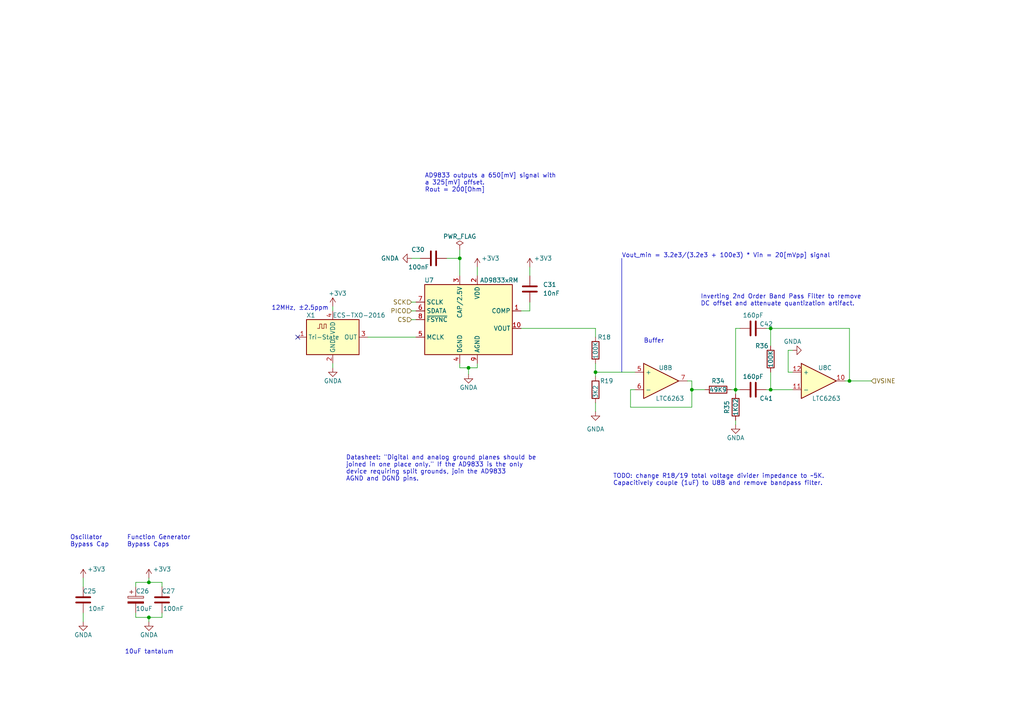
<source format=kicad_sch>
(kicad_sch (version 20230121) (generator eeschema)
  (paper "A4")
  (lib_symbols
    (symbol "Device:C" (pin_numbers hide) (pin_names (offset 0.254))
      (property "Reference" "C" (at 0.635 2.54 0))
      (property "Value" "C" (at 0.635 -2.54 0))
      (symbol "C_0_1"
        (polyline (pts (xy -2.032 -0.762) (xy 2.032 -0.762)) (stroke (width 0.508)))
        (polyline (pts (xy -2.032 0.762) (xy 2.032 0.762)) (stroke (width 0.508)))
      )
      (symbol "C_1_1"
        (pin passive line (at 0 3.81 270) (length 2.794) (name "~") (number "1"))
        (pin passive line (at 0 -3.81 90) (length 2.794) (name "~") (number "2"))
      )
    )
    (symbol "Device:C_Polarized" (pin_numbers hide) (pin_names (offset 0.254))
      (property "Reference" "C" (at 0.635 2.54 0))
      (property "Value" "C_Polarized" (at 0.635 -2.54 0))
      (symbol "C_Polarized_0_1"
        (rectangle (start -2.286 0.508) (end 2.286 1.016))
        (polyline (pts (xy -1.778 2.286) (xy -0.762 2.286)))
        (polyline (pts (xy -1.27 2.794) (xy -1.27 1.778)))
        (rectangle (start 2.286 -0.508) (end -2.286 -1.016) (fill (type outline)))
      )
      (symbol "C_Polarized_1_1"
        (pin passive line (at 0 3.81 270) (length 2.794) (name "~") (number "1"))
        (pin passive line (at 0 -3.81 90) (length 2.794) (name "~") (number "2"))
      )
    )
    (symbol "Device:R" (pin_numbers hide) (pin_names (offset 0))
      (property "Reference" "R" (at 2.032 0 90))
      (property "Value" "R" (at 0 0 90))
      (symbol "R_0_1"
        (rectangle (start -1.016 -2.54) (end 1.016 2.54) (stroke (width 0.254)))
      )
      (symbol "R_1_1"
        (pin passive line (at 0 3.81 270) (length 1.27) (name "~") (number "1"))
        (pin passive line (at 0 -3.81 90) (length 1.27) (name "~") (number "2"))
      )
    )
    (symbol "Interface:AD9833xRM"
      (property "Reference" "U" (at -12.7 11.43 0))
      (property "Value" "AD9833xRM" (at 5.08 11.43 0))
      (symbol "AD9833xRM_0_1"
        (rectangle (start -12.7 10.16) (end 12.7 -10.16) (stroke (width 0.254)) (fill (type background)))
      )
      (symbol "AD9833xRM_1_1"
        (pin passive line (at 15.24 2.54 180) (length 2.54) (name "COMP") (number "1"))
        (pin output line (at 15.24 -2.54 180) (length 2.54) (name "VOUT") (number "10"))
        (pin power_in line (at 2.54 12.7 270) (length 2.54) (name "VDD") (number "2"))
        (pin power_in line (at -2.54 12.7 270) (length 2.54) (name "CAP/2.5V") (number "3"))
        (pin power_in line (at -2.54 -12.7 90) (length 2.54) (name "DGND") (number "4"))
        (pin input line (at -15.24 -5.08 0) (length 2.54) (name "MCLK") (number "5"))
        (pin input line (at -15.24 2.54 0) (length 2.54) (name "SDATA") (number "6"))
        (pin input line (at -15.24 5.08 0) (length 2.54) (name "SCLK") (number "7"))
        (pin input line (at -15.24 0 0) (length 2.54) (name "~{FSYNC}") (number "8"))
        (pin power_in line (at 2.54 -12.7 90) (length 2.54) (name "AGND") (number "9"))
      )
    )
    (symbol "kicad_component_library:ECS-TXO-2016"
      (property "Reference" "X" (at -7.62 6.35 0))
      (property "Value" "ECS-TXO-2016" (at 8.89 6.35 0))
      (symbol "ECS-TXO-2016_0_1"
        (rectangle (start -7.62 5.08) (end 7.62 -5.08) (stroke (width 0.254)) (fill (type background)))
        (polyline (pts (xy -4.445 2.54) (xy -3.81 2.54) (xy -3.81 3.81) (xy -3.175 3.81) (xy -3.175 2.54) (xy -2.54 2.54) (xy -2.54 3.81) (xy -1.905 3.81) (xy -1.905 2.54)))
      )
      (symbol "ECS-TXO-2016_1_1"
        (pin input line (at -10.16 0 0) (length 2.54) (name "Tri-State") (number "1"))
        (pin power_in line (at 0 -7.62 90) (length 2.54) (name "GND") (number "2"))
        (pin output line (at 10.16 0 180) (length 2.54) (name "OUT") (number "3"))
        (pin power_in line (at 0 7.62 270) (length 2.54) (name "VDD") (number "4"))
      )
    )
    (symbol "kicad_component_library:LTC6263"
      (property "Reference" "U" (at 2.54 -3.81 0))
      (property "Value" "LTC6263" (at 6.35 3.81 0))
      (symbol "LTC6263_1_1"
        (polyline (pts (xy -2.54 5.08) (xy 7.62 0) (xy -2.54 -5.08) (xy -2.54 5.08)) (stroke (width 0.254)) (fill (type background)))
        (pin output line (at 10.16 0 180) (length 2.54) (name "~") (number "1"))
        (pin input line (at -5.08 -2.54 0) (length 2.54) (name "-") (number "2"))
        (pin input line (at -5.08 2.54 0) (length 2.54) (name "+") (number "3"))
      )
      (symbol "LTC6263_2_1"
        (polyline (pts (xy -2.54 5.08) (xy 7.62 0) (xy -2.54 -5.08) (xy -2.54 5.08)) (stroke (width 0.254)) (fill (type background)))
        (pin input line (at -5.08 2.54 0) (length 2.54) (name "+") (number "5"))
        (pin input line (at -5.08 -2.54 0) (length 2.54) (name "-") (number "6"))
        (pin output line (at 10.16 0 180) (length 2.54) (name "~") (number "7"))
      )
      (symbol "LTC6263_3_1"
        (polyline (pts (xy -2.54 5.08) (xy 7.62 0) (xy -2.54 -5.08) (xy -2.54 5.08)) (stroke (width 0.254)) (fill (type background)))
        (pin output line (at 10.16 0 180) (length 2.54) (name "~") (number "10"))
        (pin input line (at -5.08 -2.54 0) (length 2.54) (name "-") (number "11"))
        (pin input line (at -5.08 2.54 0) (length 2.54) (name "+") (number "12"))
      )
      (symbol "LTC6263_4_1"
        (polyline (pts (xy -2.54 -5.08) (xy 7.62 0) (xy -2.54 5.08) (xy -2.54 -5.08)) (stroke (width 0.254)) (fill (type background)))
        (pin input line (at -5.08 2.54 0) (length 2.54) (name "+") (number "14"))
        (pin input line (at -5.08 -2.54 0) (length 2.54) (name "-") (number "15"))
        (pin output line (at 10.16 0 180) (length 2.54) (name "~") (number "16"))
      )
      (symbol "LTC6263_5_1"
        (pin power_in line (at 0 -7.62 90) (length 3.81) (name "V-") (number "13"))
        (pin power_in line (at 0 7.62 270) (length 3.81) (name "V+") (number "4"))
        (pin no_connect line (at 0 -0.635 0) (length 2.54) hide (name "NC") (number "8"))
        (pin no_connect line (at 0 0.635 0) (length 2.54) hide (name "NC") (number "9"))
      )
    )
    (symbol "power:+3.3V" (power) (pin_names (offset 0))
      (property "Value" "+3.3V" (at 0 3.556 0))
      (symbol "+3.3V_0_1"
        (polyline (pts (xy -0.762 1.27) (xy 0 2.54)))
        (polyline (pts (xy 0 0) (xy 0 2.54)))
        (polyline (pts (xy 0 2.54) (xy 0.762 1.27)))
      )
      (symbol "+3.3V_1_1"
        (pin power_in line (at 0 0 90) (length 0) hide (name "+3V3") (number "1"))
      )
    )
    (symbol "power:+3V3" (power) (pin_names (offset 0))
      (property "Value" "+3V3" (at 0 3.556 0))
      (symbol "+3V3_0_1"
        (polyline (pts (xy -0.762 1.27) (xy 0 2.54)))
        (polyline (pts (xy 0 0) (xy 0 2.54)))
        (polyline (pts (xy 0 2.54) (xy 0.762 1.27)))
      )
      (symbol "+3V3_1_1"
        (pin power_in line (at 0 0 90) (length 0) hide (name "+3V3") (number "1"))
      )
    )
    (symbol "power:GNDA" (power) (pin_names (offset 0))
      (property "Value" "GNDA" (at 0 -3.81 0))
      (symbol "GNDA_0_1"
        (polyline (pts (xy 0 0) (xy 0 -1.27) (xy 1.27 -1.27) (xy 0 -2.54) (xy -1.27 -1.27) (xy 0 -1.27)))
      )
      (symbol "GNDA_1_1"
        (pin power_in line (at 0 0 270) (length 0) hide (name "GNDA") (number "1"))
      )
    )
    (symbol "power:PWR_FLAG" (power) (pin_numbers hide) (pin_names (offset 0) hide)
      (property "Value" "PWR_FLAG" (at 0 3.81 0))
      (symbol "PWR_FLAG_0_0"
        (pin power_out line (at 0 0 90) (length 0) (name "pwr") (number "1"))
      )
      (symbol "PWR_FLAG_0_1"
        (polyline (pts (xy 0 0) (xy 0 1.27) (xy -1.016 1.905) (xy 0 2.54) (xy 1.016 1.905) (xy 0 1.27)))
      )
    )
  )
  (junction (at 43.18 179.07))
  (junction (at 172.72 107.95))
  (junction (at 135.89 106.68))
  (junction (at 200.66 113.03))
  (junction (at 223.52 95.25))
  (junction (at 246.38 110.49))
  (junction (at 213.36 113.03))
  (junction (at 43.18 168.91))
  (junction (at 133.35 74.93))
  (junction (at 223.52 113.03))
  (no_connect (at 86.36 97.79))
  (wire (pts (xy 200.66 118.11) (xy 200.66 113.03)))
  (wire (pts (xy 213.36 114.3) (xy 213.36 113.03)))
  (wire (pts (xy 119.38 87.63) (xy 120.65 87.63)))
  (wire (pts (xy 182.88 118.11) (xy 200.66 118.11)))
  (wire (pts (xy 172.72 95.25) (xy 172.72 97.79)))
  (wire (pts (xy 223.52 113.03) (xy 222.25 113.03)))
  (wire (pts (xy 214.63 95.25) (xy 213.36 95.25)))
  (wire (pts (xy 119.38 90.17) (xy 120.65 90.17)))
  (wire (pts (xy 246.38 110.49) (xy 252.73 110.49)))
  (wire (pts (xy 222.25 95.25) (xy 223.52 95.25)))
  (wire (pts (xy 43.18 179.07) (xy 39.37 179.07)))
  (wire (pts (xy 228.6 101.6) (xy 229.87 101.6)))
  (wire (pts (xy 229.87 107.95) (xy 228.6 107.95)))
  (wire (pts (xy 135.89 106.68) (xy 138.43 106.68)))
  (wire (pts (xy 213.36 95.25) (xy 213.36 113.03)))
  (wire (pts (xy 212.09 113.03) (xy 213.36 113.03)))
  (wire (pts (xy 172.72 116.84) (xy 172.72 119.38)))
  (wire (pts (xy 246.38 95.25) (xy 246.38 110.49)))
  (wire (pts (xy 119.38 92.71) (xy 120.65 92.71)))
  (wire (pts (xy 39.37 170.18) (xy 39.37 168.91)))
  (wire (pts (xy 96.52 88.9) (xy 96.52 90.17)))
  (wire (pts (xy 246.38 110.49) (xy 245.11 110.49)))
  (wire (pts (xy 200.66 110.49) (xy 199.39 110.49)))
  (wire (pts (xy 223.52 107.95) (xy 223.52 113.03)))
  (wire (pts (xy 43.18 168.91) (xy 43.18 167.64)))
  (wire (pts (xy 133.35 106.68) (xy 135.89 106.68)))
  (wire (pts (xy 200.66 113.03) (xy 200.66 110.49)))
  (wire (pts (xy 46.99 179.07) (xy 43.18 179.07)))
  (wire (pts (xy 119.38 74.93) (xy 121.92 74.93)))
  (wire (pts (xy 153.67 90.17) (xy 151.13 90.17)))
  (wire (pts (xy 133.35 80.01) (xy 133.35 74.93)))
  (wire (pts (xy 172.72 107.95) (xy 184.15 107.95)))
  (wire (pts (xy 172.72 105.41) (xy 172.72 107.95)))
  (wire (pts (xy 153.67 87.63) (xy 153.67 90.17)))
  (wire (pts (xy 200.66 113.03) (xy 204.47 113.03)))
  (wire (pts (xy 213.36 121.92) (xy 213.36 123.19)))
  (wire (pts (xy 133.35 106.68) (xy 133.35 105.41)))
  (polyline (pts (xy 180.34 74.93) (xy 180.34 107.95)))
  (wire (pts (xy 153.67 77.47) (xy 153.67 80.01)))
  (wire (pts (xy 96.52 105.41) (xy 96.52 106.68)))
  (wire (pts (xy 106.68 97.79) (xy 120.65 97.79)))
  (wire (pts (xy 228.6 107.95) (xy 228.6 101.6)))
  (wire (pts (xy 184.15 113.03) (xy 182.88 113.03)))
  (wire (pts (xy 138.43 77.47) (xy 138.43 80.01)))
  (wire (pts (xy 151.13 95.25) (xy 172.72 95.25)))
  (wire (pts (xy 133.35 74.93) (xy 129.54 74.93)))
  (wire (pts (xy 138.43 106.68) (xy 138.43 105.41)))
  (wire (pts (xy 135.89 108.585) (xy 135.89 106.68)))
  (wire (pts (xy 43.18 168.91) (xy 46.99 168.91)))
  (wire (pts (xy 223.52 95.25) (xy 223.52 100.33)))
  (wire (pts (xy 46.99 177.8) (xy 46.99 179.07)))
  (wire (pts (xy 24.13 177.8) (xy 24.13 180.34)))
  (wire (pts (xy 223.52 95.25) (xy 246.38 95.25)))
  (wire (pts (xy 24.13 167.64) (xy 24.13 170.18)))
  (wire (pts (xy 46.99 168.91) (xy 46.99 170.18)))
  (wire (pts (xy 213.36 113.03) (xy 214.63 113.03)))
  (wire (pts (xy 223.52 113.03) (xy 229.87 113.03)))
  (wire (pts (xy 43.18 179.07) (xy 43.18 180.34)))
  (wire (pts (xy 39.37 179.07) (xy 39.37 177.8)))
  (wire (pts (xy 133.35 72.39) (xy 133.35 74.93)))
  (wire (pts (xy 172.72 107.95) (xy 172.72 109.22)))
  (wire (pts (xy 182.88 113.03) (xy 182.88 118.11)))
  (wire (pts (xy 39.37 168.91) (xy 43.18 168.91)))
  (text "Function Generator\nBypass Caps" (at 36.83 158.75 0) (effects (font (size 1.27 1.27)) (justify left bottom)))
  (text "TODO: change R18/19 total voltage divider impedance to ~5K.\nCapacitively couple (1uF) to U8B and remove bandpass filter." (at 177.8 140.97 0) (effects (font (size 1.27 1.27)) (justify left bottom)))
  (text "12MHz, ±2.5ppm" (at 78.74 90.17 0) (effects (font (size 1.27 1.27)) (justify left bottom)))
  (text "Inverting 2nd Order Band Pass Filter to remove \nDC offset and attenuate quantization artifact." (at 203.2 88.9 0) (effects (font (size 1.27 1.27)) (justify left bottom)))
  (text "Datasheet: \"Digital and analog ground planes should be\njoined in one place only.\" If the AD9833 is the only \ndevice requiring split grounds, join the AD9833\nAGND and DGND pins." (at 100.33 139.7 0) (effects (font (size 1.27 1.27)) (justify left bottom)))
  (text "Oscillator \nBypass Cap" (at 20.32 158.75 0) (effects (font (size 1.27 1.27)) (justify left bottom)))
  (text "10uF tantalum" (at 36.195 189.865 0) (effects (font (size 1.27 1.27)) (justify left bottom)))
  (text "Buffer" (at 186.69 99.695 0) (effects (font (size 1.27 1.27)) (justify left bottom)))
  (text "AD9833 outputs a 650[mV] signal with\na 325[mV] offset.\nRout = 200[Ohm]" (at 123.19 55.88 0) (effects (font (size 1.27 1.27)) (justify left bottom)))
  (text "Vout_min = 3.2e3/(3.2e3 + 100e3) * Vin = 20[mVpp] signal" (at 180.34 74.93 0) (effects (font (size 1.27 1.27)) (justify left bottom)))
  (hierarchical_label "VSINE" (shape input) (at 252.73 110.49 0))
  (hierarchical_label "SCK" (shape input) (at 119.38 87.63 180))
  (hierarchical_label "CS" (shape input) (at 119.38 92.71 180))
  (hierarchical_label "PICO" (shape input) (at 119.38 90.17 180))
  (symbol (lib_id "Device:R") (at 172.72 101.6 180) (unit 1)
    (property "Reference" "R18" (at 175.26 97.79 0))
    (property "Value" "100K" (at 172.72 101.6 90))
    (property "Footprint" "Resistor_SMD:R_0402_1005Metric_Pad0.72x0.64mm_HandSolder" (effects hide))
    (property "Datasheet" "https://www.yageo.com/upload/media/product/productsearch/datasheet/rchip/PYu-RT_1-to-0.01_RoHS_L_15.pdf" (effects hide))
    (property "Link" "https://www.digikey.com/en/products/detail/yageo/RT0402BRD07100KL/1068989" (effects hide))
    (property "Manufacturer" "Yageo" (effects hide))
    (property "Manufacturer Number" "RT0402BRD07100KL" (effects hide))
    (property "Tolerance" "0.1%" (effects hide))
  )
  (symbol (lib_id "power:GNDA") (at 24.13 180.34 0) (unit 1)
    (property "Reference" "#PWR0104" (effects hide))
    (property "Value" "GNDA" (at 24.13 184.15 0))
  )
  (symbol (lib_id "Device:C") (at 218.44 113.03 90) (unit 1)
    (property "Reference" "C41" (at 222.25 115.57 90))
    (property "Value" "160pF" (at 218.44 109.22 90))
    (property "Footprint" "Capacitor_SMD:C_0402_1005Metric_Pad0.74x0.62mm_HandSolder" (effects hide))
    (property "Datasheet" "https://search.murata.co.jp/Ceramy/image/img/A01X/G101/ENG/GCM1555C1H161FA16-01.pdf" (effects hide))
    (property "Link" "https://www.digikey.com/en/products/detail/murata-electronics/GCM1555C1H161FA16D/11618546" (effects hide))
    (property "Manufacturer" "Murata Electronics" (effects hide))
    (property "Manufacturer Number" "GCM1555C1H161FA16D" (effects hide))
    (property "Rated Voltage" "50V" (effects hide))
    (property "Temperature Coefficient" "C0G, NP0" (effects hide))
    (property "Tolerance" "1%" (effects hide))
  )
  (symbol (lib_id "Interface:AD9833xRM") (at 135.89 92.71 0) (unit 1)
    (property "Reference" "U7" (at 124.46 81.28 0))
    (property "Value" "AD9833xRM" (at 144.78 81.28 0))
    (property "Footprint" "Package_SO:MSOP-10_3x3mm_P0.5mm" (effects hide))
    (property "Datasheet" "https://www.analog.com/media/en/technical-documentation/data-sheets/ad9833.pdf" (effects hide))
    (property "Link" "https://www.digikey.com/en/products/detail/analog-devices-inc/AD9833BRMZ-REEL7/994990" (effects hide))
    (property "Manufacturer" "Analog Devices Inc." (effects hide))
    (property "Manufacturer Number" "AD9833BRMZ-REEL7" (effects hide))
  )
  (symbol (lib_id "Device:C") (at 125.73 74.93 90) (unit 1)
    (property "Reference" "C30" (at 123.19 72.39 90) (effects (justify left)))
    (property "Value" "100nF" (at 124.46 77.47 90) (effects (justify left)))
    (property "Footprint" "Capacitor_SMD:C_0402_1005Metric_Pad0.74x0.62mm_HandSolder" (effects hide))
    (property "Datasheet" "http://www.passivecomponent.com/wp-content/uploads/datasheet/WTC_MLCC_General_Purpose.pdf" (effects hide))
    (property "Link" "https://www.digikey.com/en/products/detail/walsin-technology-corporation/0402B104K160CT/6707534" (effects hide))
    (property "Manufacturer" "Walson Technology Corporation" (effects hide))
    (property "Manufacturer Number" "0402B104K160CT" (effects hide))
    (property "Rated Voltage" "16V" (effects hide))
    (property "Temperature Coefficient" "X7R" (effects hide))
    (property "Tolerance" "10%" (effects hide))
  )
  (symbol (lib_id "power:GNDA") (at 135.89 108.585 0) (unit 1)
    (property "Reference" "#PWR021" (effects hide))
    (property "Value" "GNDA" (at 135.89 112.395 0))
  )
  (symbol (lib_id "Device:C") (at 24.13 173.99 180) (unit 1)
    (property "Reference" "C25" (at 27.94 171.45 0) (effects (justify left)))
    (property "Value" "10nF" (at 30.48 176.53 0) (effects (justify left)))
    (property "Footprint" "Capacitor_SMD:C_0402_1005Metric_Pad0.74x0.62mm_HandSolder" (effects hide))
    (property "Datasheet" "https://www.yageo.com/upload/media/product/productsearch/datasheet/mlcc/UPY-GPHC_X7R_6.3V-to-250V_23.pdf" (effects hide))
    (property "Link" "https://www.digikey.com/en/products/detail/yageo/CC0402KPX7R8BB103/11490384" (effects hide))
    (property "Manufacturer" "Yageo" (effects hide))
    (property "Manufacturer Number" "CC0402KPX7R8BB103" (effects hide))
    (property "Rated Voltage" "25V" (effects hide))
    (property "Temperature Coefficient" "X7R" (effects hide))
    (property "Tolerance" "10%" (effects hide))
  )
  (symbol (lib_id "power:GNDA") (at 96.52 106.68 0) (unit 1)
    (property "Reference" "#PWR0122" (effects hide))
    (property "Value" "GNDA" (at 96.52 110.49 0))
  )
  (symbol (lib_id "power:PWR_FLAG") (at 133.35 72.39 0) (unit 1)
    (property "Reference" "#FLG0105" (effects hide))
    (property "Value" "PWR_FLAG" (at 133.35 68.58 0))
  )
  (symbol (lib_id "Device:R") (at 208.28 113.03 90) (unit 1)
    (property "Reference" "R34" (at 208.28 110.49 90))
    (property "Value" "49K9" (at 208.28 113.03 90))
    (property "Footprint" "Resistor_SMD:R_0402_1005Metric_Pad0.72x0.64mm_HandSolder" (effects hide))
    (property "Datasheet" "https://www.yageo.com/upload/media/product/productsearch/datasheet/rchip/PYu-RT_1-to-0.01_RoHS_L_15.pdf" (effects hide))
    (property "Link" "https://www.digikey.com/en/products/detail/yageo/RT0402BRE0749K9L/1069750" (effects hide))
    (property "Tolerance" "0.1%" (effects hide))
    (property "Manufacturer" "Yageo" (effects hide))
    (property "Manufacturer Number" "RT0402BRE0749K9L" (effects hide))
  )
  (symbol (lib_id "Device:C") (at 153.67 83.82 180) (unit 1)
    (property "Reference" "C31" (at 157.48 82.5499 0) (effects (justify right)))
    (property "Value" "10nF" (at 157.48 85.0899 0) (effects (justify right)))
    (property "Footprint" "Capacitor_SMD:C_0402_1005Metric_Pad0.74x0.62mm_HandSolder" (effects hide))
    (property "Datasheet" "https://www.yageo.com/upload/media/product/productsearch/datasheet/mlcc/UPY-GPHC_X7R_6.3V-to-250V_23.pdf" (effects hide))
    (property "Link" "https://www.digikey.com/en/products/detail/yageo/CC0402KPX7R8BB103/11490384" (effects hide))
    (property "Manufacturer" "Yageo" (effects hide))
    (property "Manufacturer Number" "CC0402KPX7R8BB103" (effects hide))
    (property "Rated Voltage" "25V" (effects hide))
    (property "Temperature Coefficient" "X7R" (effects hide))
    (property "Tolerance" "10%" (effects hide))
  )
  (symbol (lib_id "Device:R") (at 213.36 118.11 180) (unit 1)
    (property "Reference" "R35" (at 210.82 118.11 90))
    (property "Value" "1K02" (at 213.36 118.11 90))
    (property "Footprint" "Resistor_SMD:R_0402_1005Metric_Pad0.72x0.64mm_HandSolder" (effects hide))
    (property "Datasheet" "https://www.yageo.com/upload/media/product/productsearch/datasheet/rchip/PYu-RT_1-to-0.01_RoHS_L_15.pdf" (effects hide))
    (property "Tolerance" "0.1%" (effects hide))
    (property "Link" "https://www.digikey.com/en/products/detail/yageo/RT0402BRD071K02L/1069087" (effects hide))
    (property "Manufacturer" "Yageo" (effects hide))
    (property "Manufacturer Number" "RT0402BRD071K02L" (effects hide))
  )
  (symbol (lib_id "Device:C") (at 46.99 173.99 180) (unit 1)
    (property "Reference" "C27" (at 50.8 171.45 0) (effects (justify left)))
    (property "Value" "100nF" (at 53.34 176.53 0) (effects (justify left)))
    (property "Footprint" "Capacitor_SMD:C_0402_1005Metric_Pad0.74x0.62mm_HandSolder" (effects hide))
    (property "Datasheet" "http://www.passivecomponent.com/wp-content/uploads/datasheet/WTC_MLCC_General_Purpose.pdf" (effects hide))
    (property "Link" "https://www.digikey.com/en/products/detail/walsin-technology-corporation/0402B104K160CT/6707534" (effects hide))
    (property "Manufacturer" "Walson Technology Corporation" (effects hide))
    (property "Manufacturer Number" "0402B104K160CT" (effects hide))
    (property "Rated Voltage" "16V" (effects hide))
    (property "Temperature Coefficient" "X7R" (effects hide))
    (property "Tolerance" "10%" (effects hide))
  )
  (symbol (lib_id "power:+3.3V") (at 43.18 167.64 0) (unit 1)
    (property "Reference" "#PWR0101" (effects hide))
    (property "Value" "+3.3V" (at 46.99 165.1 0))
  )
  (symbol (lib_id "power:+3V3") (at 96.52 88.9 0) (unit 1)
    (property "Reference" "#PWR0113" (effects hide))
    (property "Value" "+3V3" (at 95.25 85.09 0) (effects (justify left)))
  )
  (symbol (lib_id "power:+3.3V") (at 138.43 77.47 0) (unit 1)
    (property "Reference" "#PWR0129" (effects hide))
    (property "Value" "+3.3V" (at 142.24 74.93 0))
  )
  (symbol (lib_id "Device:C") (at 218.44 95.25 90) (unit 1)
    (property "Reference" "C42" (at 222.25 93.98 90))
    (property "Value" "160pF" (at 218.44 91.44 90))
    (property "Footprint" "Capacitor_SMD:C_0402_1005Metric_Pad0.74x0.62mm_HandSolder" (effects hide))
    (property "Datasheet" "https://search.murata.co.jp/Ceramy/image/img/A01X/G101/ENG/GCM1555C1H161FA16-01.pdf" (effects hide))
    (property "Link" "https://www.digikey.com/en/products/detail/murata-electronics/GCM1555C1H161FA16D/11618546" (effects hide))
    (property "Manufacturer" "Murata Electronics" (effects hide))
    (property "Manufacturer Number" "GCM1555C1H161FA16D" (effects hide))
    (property "Rated Voltage" "50V" (effects hide))
    (property "Temperature Coefficient" "C0G, NP0" (effects hide))
    (property "Tolerance" "1%" (effects hide))
  )
  (symbol (lib_id "power:+3.3V") (at 24.13 167.64 0) (unit 1)
    (property "Reference" "#PWR0111" (effects hide))
    (property "Value" "+3.3V" (at 27.94 165.1 0))
  )
  (symbol (lib_id "power:GNDA") (at 119.38 74.93 270) (unit 1)
    (property "Reference" "#PWR0121" (effects hide))
    (property "Value" "GNDA" (at 110.49 74.93 90) (effects (justify left)))
  )
  (symbol (lib_id "power:GNDA") (at 172.72 119.38 0) (unit 1)
    (property "Reference" "#PWR0112" (effects hide))
    (property "Value" "GNDA" (at 172.72 124.46 0))
  )
  (symbol (lib_id "power:GNDA") (at 213.36 123.19 0) (unit 1)
    (property "Reference" "#PWR0120" (effects hide))
    (property "Value" "GNDA" (at 213.36 127 0))
  )
  (symbol (lib_id "power:+3.3V") (at 153.67 77.47 0) (unit 1)
    (property "Reference" "#PWR0123" (effects hide))
    (property "Value" "+3.3V" (at 157.48 74.93 0))
  )
  (symbol (lib_id "kicad_component_library:ECS-TXO-2016") (at 96.52 97.79 0) (unit 1)
    (property "Reference" "X1" (at 90.17 91.44 0))
    (property "Value" "ECS-TXO-2016" (at 104.14 91.44 0))
    (property "Footprint" "Crystal:Crystal_SMD_2016-4Pin_2.0x1.6mm" (effects hide))
    (property "Datasheet" "https://ecsxtal.com/store/pdf/ECS-TXO-2016.pdf" (effects hide))
    (property "Link" "https://www.digikey.com/en/products/detail/ecs-inc/ECS-TXO-2016-33-120-TR/10244135" (effects hide))
    (property "Manufacturer" "ECS Inc." (effects hide))
    (property "Manufacturer Number" "ECS-TXO-2016-33-120-TR" (effects hide))
    (property "Notes" "HCMOS" (effects hide))
    (property "Tolerance" "±2.5ppm" (effects hide))
  )
  (symbol (lib_id "Device:R") (at 172.72 113.03 0) (unit 1)
    (property "Reference" "R19" (at 173.99 110.49 0) (effects (justify left)))
    (property "Value" "3K2" (at 172.72 115.57 90) (effects (justify left)))
    (property "Footprint" "Resistor_SMD:R_0402_1005Metric_Pad0.72x0.64mm_HandSolder" (effects hide))
    (property "Datasheet" "https://www.yageo.com/upload/media/product/productsearch/datasheet/rchip/PYu-RT_1-to-0.01_RoHS_L_15.pdf" (effects hide))
    (property "Link" "https://www.digikey.com/en/products/detail/yageo/RT0402BRD073K2L/5926126" (effects hide))
    (property "Manufacturer" "Yageo" (effects hide))
    (property "Manufacturer Number" "RT0402BRD073K2L" (effects hide))
    (property "Tolerance" "0.1%" (effects hide))
  )
  (symbol (lib_id "Device:R") (at 223.52 104.14 180) (unit 1)
    (property "Reference" "R36" (at 220.98 100.33 0))
    (property "Value" "100K" (at 223.52 104.14 90))
    (property "Footprint" "Resistor_SMD:R_0402_1005Metric_Pad0.72x0.64mm_HandSolder" (effects hide))
    (property "Datasheet" "https://www.yageo.com/upload/media/product/productsearch/datasheet/rchip/PYu-RT_1-to-0.01_RoHS_L_15.pdf" (effects hide))
    (property "Link" "https://www.digikey.com/en/products/detail/yageo/RT0402BRD07100KL/1068989" (effects hide))
    (property "Manufacturer" "Yageo" (effects hide))
    (property "Manufacturer Number" "RT0402BRD07100KL" (effects hide))
    (property "Tolerance" "0.1%" (effects hide))
  )
  (symbol (lib_id "kicad_component_library:LTC6263") (at 234.95 110.49 0) (unit 3)
    (property "Reference" "U8" (at 241.3 106.68 0) (effects (justify right)))
    (property "Value" "LTC6263" (at 243.84 115.57 0) (effects (justify right)))
    (property "Footprint" "Package_SO:MSOP-16_3x4mm_P0.5mm" (effects hide))
    (property "Datasheet" "https://www.analog.com/media/en/technical-documentation/data-sheets/626123fa.pdf" (effects hide))
    (property "Link" "https://www.digikey.com/en/products/detail/analog-devices-inc/LTC6263IMS-PBF/6596388" (effects hide))
    (property "Manufacturer" "Analog Devices Inc." (effects hide))
    (property "Manufacturer Number" "LTC6263IMS#PBF" (effects hide))
  )
  (symbol (lib_id "power:GNDA") (at 43.18 180.34 0) (unit 1)
    (property "Reference" "#PWR0107" (effects hide))
    (property "Value" "GNDA" (at 43.18 184.15 0))
  )
  (symbol (lib_id "kicad_component_library:LTC6263") (at 189.23 110.49 0) (unit 2)
    (property "Reference" "U8" (at 193.04 106.68 0))
    (property "Value" "LTC6263" (at 194.31 115.57 0))
    (property "Footprint" "Package_SO:MSOP-16_3x4mm_P0.5mm" (effects hide))
    (property "Datasheet" "https://www.analog.com/media/en/technical-documentation/data-sheets/626123fa.pdf" (effects hide))
    (property "Link" "https://www.digikey.com/en/products/detail/analog-devices-inc/LTC6263IMS-PBF/6596388" (effects hide))
    (property "Manufacturer" "Analog Devices Inc." (effects hide))
    (property "Manufacturer Number" "LTC6263IMS#PBF" (effects hide))
  )
  (symbol (lib_id "Device:C_Polarized") (at 39.37 173.99 0) (unit 1)
    (property "Reference" "C26" (at 39.37 171.45 0) (effects (justify left)))
    (property "Value" "10uF" (at 39.37 176.53 0) (effects (justify left)))
    (property "Footprint" "Capacitor_SMD:C_0805_2012Metric_Pad1.18x1.45mm_HandSolder" (effects hide))
    (property "Datasheet" "https://connect.kemet.com:7667/gateway/IntelliData-ComponentDocumentation/1.0/download/specsheet/T529P106M010AAE200" (effects hide))
    (property "Link" "https://www.digikey.com/en/products/detail/kemet/T529P106M010AAE200/8582783" (effects hide))
    (property "Manufacturer" "Kemet" (effects hide))
    (property "Manufacturer Number" "T529P106M010AAE200" (effects hide))
    (property "Rated Voltage" "10V" (effects hide))
    (property "Tolerance" "20%" (effects hide))
    (property "Notes" "200mOhm ESR @ 100KHz, marking on positive side" (effects hide))
  )
  (symbol (lib_id "power:GNDA") (at 229.87 101.6 90) (unit 1)
    (property "Reference" "#PWR0117" (effects hide))
    (property "Value" "GNDA" (at 229.87 99.06 90))
  )
)
</source>
